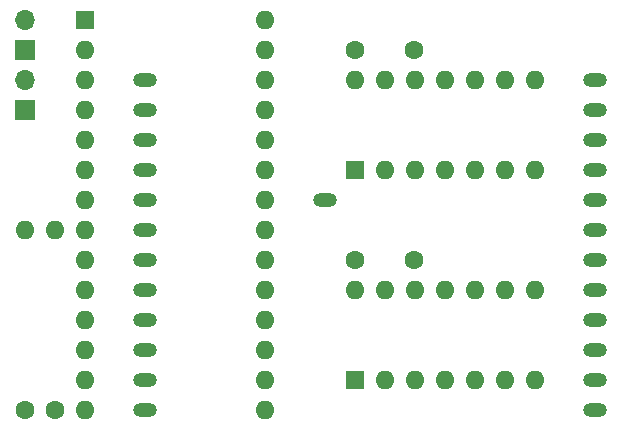
<source format=gbr>
%TF.GenerationSoftware,KiCad,Pcbnew,(5.1.9)-1*%
%TF.CreationDate,2021-07-20T08:15:42+01:00*%
%TF.ProjectId,romboard,726f6d62-6f61-4726-942e-6b696361645f,rev?*%
%TF.SameCoordinates,Original*%
%TF.FileFunction,Soldermask,Bot*%
%TF.FilePolarity,Negative*%
%FSLAX46Y46*%
G04 Gerber Fmt 4.6, Leading zero omitted, Abs format (unit mm)*
G04 Created by KiCad (PCBNEW (5.1.9)-1) date 2021-07-20 08:15:42*
%MOMM*%
%LPD*%
G01*
G04 APERTURE LIST*
%ADD10C,1.600000*%
%ADD11O,1.600000X1.600000*%
%ADD12R,1.600000X1.600000*%
%ADD13O,2.000000X1.200000*%
%ADD14O,1.700000X1.700000*%
%ADD15R,1.700000X1.700000*%
G04 APERTURE END LIST*
D10*
%TO.C,C2*%
X121149120Y-83822540D03*
X116149120Y-83822540D03*
%TD*%
%TO.C,C1*%
X121149120Y-66042540D03*
X116149120Y-66042540D03*
%TD*%
D11*
%TO.C,U5*%
X108529120Y-63502540D03*
X93289120Y-96522540D03*
X108529120Y-66042540D03*
X93289120Y-93982540D03*
X108529120Y-68582540D03*
X93289120Y-91442540D03*
X108529120Y-71122540D03*
X93289120Y-88902540D03*
X108529120Y-73662540D03*
X93289120Y-86362540D03*
X108529120Y-76202540D03*
X93289120Y-83822540D03*
X108529120Y-78742540D03*
X93289120Y-81282540D03*
X108529120Y-81282540D03*
X93289120Y-78742540D03*
X108529120Y-83822540D03*
X93289120Y-76202540D03*
X108529120Y-86362540D03*
X93289120Y-73662540D03*
X108529120Y-88902540D03*
X93289120Y-71122540D03*
X108529120Y-91442540D03*
X93289120Y-68582540D03*
X108529120Y-93982540D03*
X93289120Y-66042540D03*
X108529120Y-96522540D03*
D12*
X93289120Y-63502540D03*
%TD*%
D13*
%TO.C,U4*%
X98369120Y-96532540D03*
X98369120Y-93992540D03*
X98369120Y-91452540D03*
X98369120Y-88912540D03*
X98369120Y-86372540D03*
X98369120Y-83832540D03*
X98369120Y-81292540D03*
X98369120Y-78752540D03*
X113609120Y-78752540D03*
X98369120Y-76212540D03*
X98369120Y-73672540D03*
X98369120Y-71132540D03*
X98369120Y-68592540D03*
%TD*%
%TO.C,U3*%
X136469120Y-96512540D03*
X136469120Y-93972540D03*
X136469120Y-91432540D03*
X136469120Y-88892540D03*
X136469120Y-86352540D03*
X136469120Y-83812540D03*
X136469120Y-81272540D03*
X136469120Y-78732540D03*
X136469120Y-76192540D03*
X136469120Y-73652540D03*
X136469120Y-71112540D03*
X136469120Y-68572540D03*
%TD*%
D11*
%TO.C,U2*%
X116149120Y-86362540D03*
X131389120Y-93982540D03*
X118689120Y-86362540D03*
X128849120Y-93982540D03*
X121229120Y-86362540D03*
X126309120Y-93982540D03*
X123769120Y-86362540D03*
X123769120Y-93982540D03*
X126309120Y-86362540D03*
X121229120Y-93982540D03*
X128849120Y-86362540D03*
X118689120Y-93982540D03*
X131389120Y-86362540D03*
D12*
X116149120Y-93982540D03*
%TD*%
D11*
%TO.C,U1*%
X116149120Y-68582540D03*
X131389120Y-76202540D03*
X118689120Y-68582540D03*
X128849120Y-76202540D03*
X121229120Y-68582540D03*
X126309120Y-76202540D03*
X123769120Y-68582540D03*
X123769120Y-76202540D03*
X126309120Y-68582540D03*
X121229120Y-76202540D03*
X128849120Y-68582540D03*
X118689120Y-76202540D03*
X131389120Y-68582540D03*
D12*
X116149120Y-76202540D03*
%TD*%
D11*
%TO.C,R2*%
X88209120Y-81282540D03*
D10*
X88209120Y-96522540D03*
%TD*%
D11*
%TO.C,R1*%
X90749120Y-81282540D03*
D10*
X90749120Y-96522540D03*
%TD*%
D14*
%TO.C,A15*%
X88209120Y-63502540D03*
D15*
X88209120Y-66042540D03*
%TD*%
D14*
%TO.C,A14*%
X88209120Y-68582540D03*
D15*
X88209120Y-71122540D03*
%TD*%
M02*

</source>
